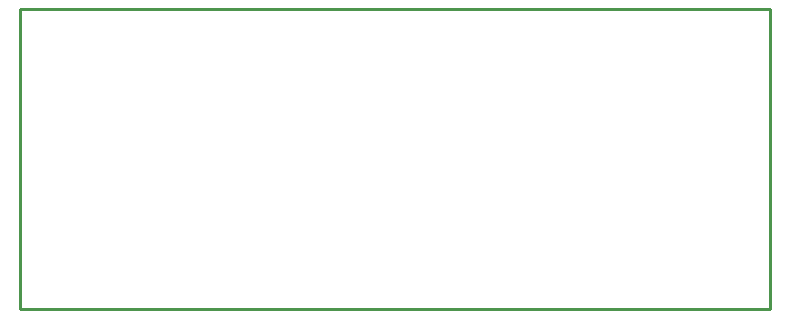
<source format=gbr>
G04 start of page 14 for group -4078 idx -4078 *
G04 Title: (unknown), bottomsilk *
G04 Creator: pcb 4.2.2 *
G04 CreationDate: Sun Aug 11 23:19:42 2024 UTC *
G04 For: electronics *
G04 Format: Gerber/RS-274X *
G04 PCB-Dimensions (mil): 2500.00 1000.00 *
G04 PCB-Coordinate-Origin: lower left *
%MOIN*%
%FSLAX25Y25*%
%LNBOTTOMSILK*%
%ADD72C,0.0100*%
G54D72*X0Y100000D02*Y0D01*
Y100000D02*X250000D01*
X0Y0D02*X250000D01*
Y100000D02*Y0D01*
M02*

</source>
